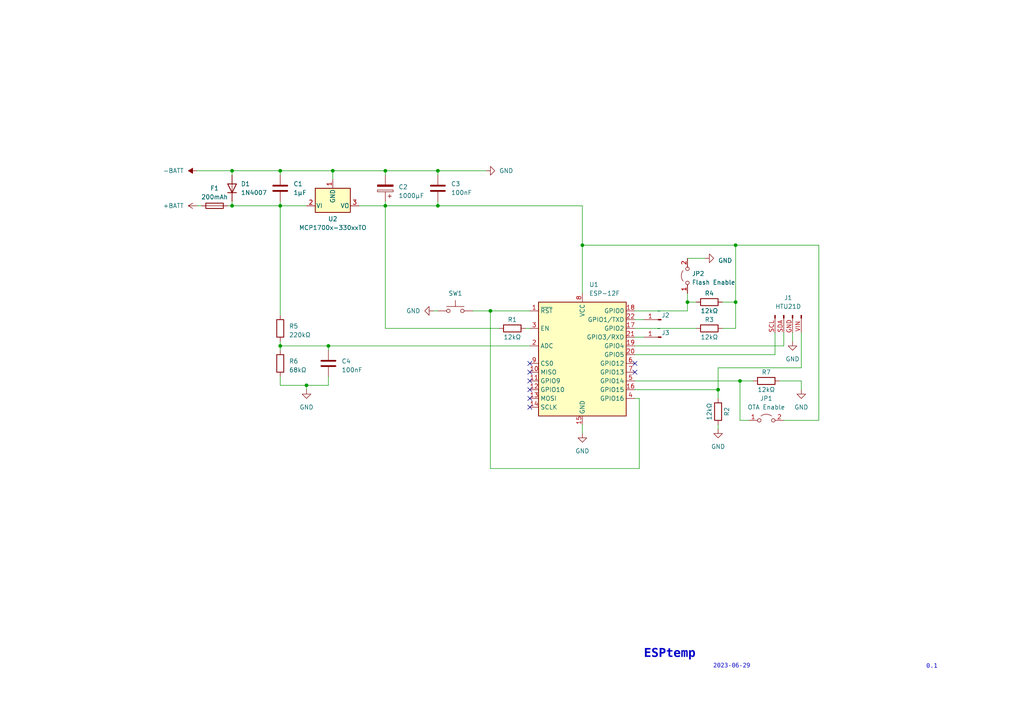
<source format=kicad_sch>
(kicad_sch (version 20230121) (generator eeschema)
  (paper "A4")
  (lib_symbols
    (symbol "Connector:Conn_01x01_Pin" (pin_names (offset 1.016) hide)
      (property "Reference" "J" (at 0 2.54 0))
      (property "Value" "Conn_01x01_Pin" (at 0 -2.54 0))
      (symbol "Conn_01x01_Pin_1_1"
        (polyline (pts (xy 1.27 0) (xy 0.8636 0)) (stroke (width 0.1524)))
        (rectangle (start 0.8636 0.127) (end 0 -0.127) (stroke (width 0.1524)) (fill (type outline)))
        (pin passive line (at 5.08 0 180) (length 3.81) (name "Pin_1") (number "1"))
      )
    )
    (symbol "Connector:Conn_01x04_Pin" (pin_names (offset 1.016) hide)
      (property "Reference" "J1" (at -1.27 -2.54 0))
      (property "Value" "HTU21D" (at -1.27 0 0))
      (symbol "Conn_01x04_Pin_1_1"
        (polyline (pts (xy 1.27 -5.08) (xy 0.8636 -5.08)) (stroke (width 0.1524)))
        (polyline (pts (xy 1.27 -2.54) (xy 0.8636 -2.54)) (stroke (width 0.1524)))
        (polyline (pts (xy 1.27 0) (xy 0.8636 0)) (stroke (width 0.1524)))
        (polyline (pts (xy 1.27 2.54) (xy 0.8636 2.54)) (stroke (width 0.1524)))
        (rectangle (start 0.8636 -4.953) (end 0 -5.207) (stroke (width 0.1524)) (fill (type outline)))
        (rectangle (start 0.8636 -2.413) (end 0 -2.667) (stroke (width 0.1524)) (fill (type outline)))
        (rectangle (start 0.8636 0.127) (end 0 -0.127) (stroke (width 0.1524)) (fill (type outline)))
        (rectangle (start 0.8636 2.667) (end 0 2.413) (stroke (width 0.1524)) (fill (type outline)))
        (pin passive line (at 5.08 0 180) (length 3.81) (name "Pin_2") (number "GND"))
        (pin passive line (at 5.08 -5.08 180) (length 3.81) (name "Pin_4") (number "SCL"))
        (pin passive line (at 5.08 -2.54 180) (length 3.81) (name "Pin_3") (number "SDA"))
        (pin passive line (at 5.08 2.54 180) (length 3.81) (name "Pin_1") (number "VIN"))
      )
    )
    (symbol "Device:C" (pin_numbers hide) (pin_names (offset 0.254))
      (property "Reference" "C" (at 0.635 2.54 0))
      (property "Value" "C" (at 0.635 -2.54 0))
      (symbol "C_0_1"
        (polyline (pts (xy -2.032 -0.762) (xy 2.032 -0.762)) (stroke (width 0.508)))
        (polyline (pts (xy -2.032 0.762) (xy 2.032 0.762)) (stroke (width 0.508)))
      )
      (symbol "C_1_1"
        (pin passive line (at 0 3.81 270) (length 2.794) (name "~") (number "1"))
        (pin passive line (at 0 -3.81 90) (length 2.794) (name "~") (number "2"))
      )
    )
    (symbol "Device:C_Polarized" (pin_numbers hide) (pin_names (offset 0.254))
      (property "Reference" "C" (at 0.635 2.54 0))
      (property "Value" "C_Polarized" (at 0.635 -2.54 0))
      (symbol "C_Polarized_0_1"
        (rectangle (start -2.286 0.508) (end 2.286 1.016))
        (polyline (pts (xy -1.778 2.286) (xy -0.762 2.286)))
        (polyline (pts (xy -1.27 2.794) (xy -1.27 1.778)))
        (rectangle (start 2.286 -0.508) (end -2.286 -1.016) (fill (type outline)))
      )
      (symbol "C_Polarized_1_1"
        (pin passive line (at 0 3.81 270) (length 2.794) (name "~") (number "1"))
        (pin passive line (at 0 -3.81 90) (length 2.794) (name "~") (number "2"))
      )
    )
    (symbol "Device:Fuse" (pin_numbers hide) (pin_names (offset 0))
      (property "Reference" "F" (at 2.032 0 90))
      (property "Value" "Fuse" (at -1.905 0 90))
      (symbol "Fuse_0_1"
        (rectangle (start -0.762 -2.54) (end 0.762 2.54) (stroke (width 0.254)))
        (polyline (pts (xy 0 2.54) (xy 0 -2.54)))
      )
      (symbol "Fuse_1_1"
        (pin passive line (at 0 3.81 270) (length 1.27) (name "~") (number "1"))
        (pin passive line (at 0 -3.81 90) (length 1.27) (name "~") (number "2"))
      )
    )
    (symbol "Device:R" (pin_numbers hide) (pin_names (offset 0))
      (property "Reference" "R" (at 2.032 0 90))
      (property "Value" "R" (at 0 0 90))
      (symbol "R_0_1"
        (rectangle (start -1.016 -2.54) (end 1.016 2.54) (stroke (width 0.254)))
      )
      (symbol "R_1_1"
        (pin passive line (at 0 3.81 270) (length 1.27) (name "~") (number "1"))
        (pin passive line (at 0 -3.81 90) (length 1.27) (name "~") (number "2"))
      )
    )
    (symbol "Diode:1N4007" (pin_numbers hide) (pin_names hide)
      (property "Reference" "D" (at 0 2.54 0))
      (property "Value" "1N4007" (at 0 -2.54 0))
      (symbol "1N4007_0_1"
        (polyline (pts (xy -1.27 1.27) (xy -1.27 -1.27)) (stroke (width 0.254)))
        (polyline (pts (xy 1.27 0) (xy -1.27 0)))
        (polyline (pts (xy 1.27 1.27) (xy 1.27 -1.27) (xy -1.27 0) (xy 1.27 1.27)) (stroke (width 0.254)))
      )
      (symbol "1N4007_1_1"
        (pin passive line (at -3.81 0 0) (length 2.54) (name "K") (number "1"))
        (pin passive line (at 3.81 0 180) (length 2.54) (name "A") (number "2"))
      )
    )
    (symbol "Jumper:Jumper_2_Open" (pin_names (offset 0) hide)
      (property "Reference" "JP" (at 0 2.794 0))
      (property "Value" "Jumper_2_Open" (at 0 -2.286 0))
      (symbol "Jumper_2_Open_0_0"
        (circle (center -2.032 0) (radius 0.508))
        (circle (center 2.032 0) (radius 0.508))
      )
      (symbol "Jumper_2_Open_0_1"
        (arc (start 1.524 1.27) (mid 0 1.778) (end -1.524 1.27))
      )
      (symbol "Jumper_2_Open_1_1"
        (pin passive line (at -5.08 0 0) (length 2.54) (name "A") (number "1"))
        (pin passive line (at 5.08 0 180) (length 2.54) (name "B") (number "2"))
      )
    )
    (symbol "RF_Module:ESP-12F"
      (property "Reference" "U" (at -12.7 19.05 0))
      (property "Value" "ESP-12F" (at 12.7 19.05 0))
      (symbol "ESP-12F_0_1"
        (rectangle (start -12.7 17.78) (end 12.7 -15.24) (stroke (width 0.254)) (fill (type background)))
      )
      (symbol "ESP-12F_1_1"
        (pin input line (at -15.24 15.24 0) (length 2.54) (name "~{RST}") (number "1"))
        (pin bidirectional line (at -15.24 -2.54 0) (length 2.54) (name "MISO") (number "10"))
        (pin bidirectional line (at -15.24 -5.08 0) (length 2.54) (name "GPIO9") (number "11"))
        (pin bidirectional line (at -15.24 -7.62 0) (length 2.54) (name "GPIO10") (number "12"))
        (pin bidirectional line (at -15.24 -10.16 0) (length 2.54) (name "MOSI") (number "13"))
        (pin bidirectional line (at -15.24 -12.7 0) (length 2.54) (name "SCLK") (number "14"))
        (pin power_in line (at 0 -17.78 90) (length 2.54) (name "GND") (number "15"))
        (pin bidirectional line (at 15.24 -7.62 180) (length 2.54) (name "GPIO15") (number "16"))
        (pin bidirectional line (at 15.24 10.16 180) (length 2.54) (name "GPIO2") (number "17"))
        (pin bidirectional line (at 15.24 15.24 180) (length 2.54) (name "GPIO0") (number "18"))
        (pin bidirectional line (at 15.24 5.08 180) (length 2.54) (name "GPIO4") (number "19"))
        (pin input line (at -15.24 5.08 0) (length 2.54) (name "ADC") (number "2"))
        (pin bidirectional line (at 15.24 2.54 180) (length 2.54) (name "GPIO5") (number "20"))
        (pin bidirectional line (at 15.24 7.62 180) (length 2.54) (name "GPIO3/RXD") (number "21"))
        (pin bidirectional line (at 15.24 12.7 180) (length 2.54) (name "GPIO1/TXD") (number "22"))
        (pin input line (at -15.24 10.16 0) (length 2.54) (name "EN") (number "3"))
        (pin bidirectional line (at 15.24 -10.16 180) (length 2.54) (name "GPIO16") (number "4"))
        (pin bidirectional line (at 15.24 -5.08 180) (length 2.54) (name "GPIO14") (number "5"))
        (pin bidirectional line (at 15.24 0 180) (length 2.54) (name "GPIO12") (number "6"))
        (pin bidirectional line (at 15.24 -2.54 180) (length 2.54) (name "GPIO13") (number "7"))
        (pin power_in line (at 0 20.32 270) (length 2.54) (name "VCC") (number "8"))
        (pin input line (at -15.24 0 0) (length 2.54) (name "CS0") (number "9"))
      )
    )
    (symbol "Regulator_Linear:MCP1700x-330xxTO" (pin_names (offset 0.254))
      (property "Reference" "U" (at -3.81 -3.175 0))
      (property "Value" "MCP1700x-330xxTO" (at 0 -3.175 0))
      (symbol "MCP1700x-330xxTO_0_1"
        (rectangle (start -5.08 5.08) (end 5.08 -1.905) (stroke (width 0.254)) (fill (type background)))
      )
      (symbol "MCP1700x-330xxTO_1_1"
        (pin power_in line (at 0 7.62 270) (length 2.54) (name "GND") (number "1"))
        (pin power_in line (at -7.62 0 0) (length 2.54) (name "VI") (number "2"))
        (pin power_out line (at 7.62 0 180) (length 2.54) (name "VO") (number "3"))
      )
    )
    (symbol "Switch:SW_Push" (pin_numbers hide) (pin_names (offset 1.016) hide)
      (property "Reference" "SW" (at 1.27 2.54 0))
      (property "Value" "SW_Push" (at 0 -1.524 0))
      (symbol "SW_Push_0_1"
        (circle (center -2.032 0) (radius 0.508))
        (polyline (pts (xy 0 1.27) (xy 0 3.048)))
        (polyline (pts (xy 2.54 1.27) (xy -2.54 1.27)))
        (circle (center 2.032 0) (radius 0.508))
        (pin passive line (at -5.08 0 0) (length 2.54) (name "1") (number "1"))
        (pin passive line (at 5.08 0 180) (length 2.54) (name "2") (number "2"))
      )
    )
    (symbol "power:+BATT" (power) (pin_names (offset 0))
      (property "Value" "+BATT" (at 0 3.556 0))
      (symbol "+BATT_0_1"
        (polyline (pts (xy -0.762 1.27) (xy 0 2.54)))
        (polyline (pts (xy 0 0) (xy 0 2.54)))
        (polyline (pts (xy 0 2.54) (xy 0.762 1.27)))
      )
      (symbol "+BATT_1_1"
        (pin power_in line (at 0 0 90) (length 0) hide (name "+BATT") (number "1"))
      )
    )
    (symbol "power:-BATT" (power) (pin_names (offset 0))
      (property "Value" "-BATT" (at 0 3.556 0))
      (symbol "-BATT_0_1"
        (polyline (pts (xy 0 0) (xy 0 2.54)))
        (polyline (pts (xy 0.762 1.27) (xy -0.762 1.27) (xy 0 2.54) (xy 0.762 1.27)) (fill (type outline)))
      )
      (symbol "-BATT_1_1"
        (pin power_in line (at 0 0 90) (length 0) hide (name "-BATT") (number "1"))
      )
    )
    (symbol "power:GND" (power) (pin_names (offset 0))
      (property "Value" "GND" (at 0 -3.81 0))
      (symbol "GND_0_1"
        (polyline (pts (xy 0 0) (xy 0 -1.27) (xy 1.27 -1.27) (xy 0 -2.54) (xy -1.27 -1.27) (xy 0 -1.27)))
      )
      (symbol "GND_1_1"
        (pin power_in line (at 0 0 270) (length 0) hide (name "GND") (number "1"))
      )
    )
  )
  (junction (at 67.31 49.53))
  (junction (at 88.9 111.76))
  (junction (at 111.76 49.53))
  (junction (at 95.25 100.33))
  (junction (at 213.36 87.63))
  (junction (at 127 49.53))
  (junction (at 199.39 87.63))
  (junction (at 127 59.69))
  (junction (at 214.63 110.49))
  (junction (at 111.76 59.69))
  (junction (at 81.28 100.33))
  (junction (at 81.28 59.69))
  (junction (at 208.28 113.03))
  (junction (at 213.36 71.12))
  (junction (at 67.31 59.69))
  (junction (at 142.24 90.17))
  (junction (at 168.91 71.12))
  (junction (at 96.52 49.53))
  (junction (at 81.28 49.53))
  (no_connect (at 153.67 113.03))
  (no_connect (at 153.67 110.49))
  (no_connect (at 153.67 118.11))
  (no_connect (at 184.15 105.41))
  (no_connect (at 184.15 107.95))
  (no_connect (at 153.67 107.95))
  (no_connect (at 153.67 115.57))
  (no_connect (at 153.67 105.41))
  (wire (pts (xy 57.15 49.53) (xy 67.31 49.53)))
  (wire (pts (xy 184.15 100.33) (xy 227.33 100.33)))
  (wire (pts (xy 214.63 110.49) (xy 218.44 110.49)))
  (wire (pts (xy 208.28 106.68) (xy 208.28 113.03)))
  (wire (pts (xy 88.9 111.76) (xy 95.25 111.76)))
  (wire (pts (xy 208.28 113.03) (xy 208.28 115.57)))
  (wire (pts (xy 232.41 106.68) (xy 208.28 106.68)))
  (wire (pts (xy 140.97 49.53) (xy 127 49.53)))
  (wire (pts (xy 184.15 92.71) (xy 186.69 92.71)))
  (wire (pts (xy 213.36 71.12) (xy 213.36 87.63)))
  (wire (pts (xy 213.36 87.63) (xy 213.36 95.25)))
  (wire (pts (xy 184.15 113.03) (xy 208.28 113.03)))
  (wire (pts (xy 88.9 111.76) (xy 81.28 111.76)))
  (wire (pts (xy 168.91 71.12) (xy 168.91 85.09)))
  (wire (pts (xy 144.78 95.25) (xy 111.76 95.25)))
  (wire (pts (xy 67.31 49.53) (xy 67.31 50.8)))
  (wire (pts (xy 88.9 111.76) (xy 88.9 113.03)))
  (wire (pts (xy 81.28 49.53) (xy 96.52 49.53)))
  (wire (pts (xy 199.39 90.17) (xy 199.39 87.63)))
  (wire (pts (xy 168.91 71.12) (xy 213.36 71.12)))
  (wire (pts (xy 95.25 100.33) (xy 81.28 100.33)))
  (wire (pts (xy 95.25 100.33) (xy 95.25 101.6)))
  (wire (pts (xy 66.04 59.69) (xy 67.31 59.69)))
  (wire (pts (xy 111.76 59.69) (xy 127 59.69)))
  (wire (pts (xy 137.16 90.17) (xy 142.24 90.17)))
  (wire (pts (xy 199.39 74.93) (xy 204.47 74.93)))
  (wire (pts (xy 199.39 87.63) (xy 201.93 87.63)))
  (wire (pts (xy 125.73 90.17) (xy 127 90.17)))
  (wire (pts (xy 67.31 59.69) (xy 81.28 59.69)))
  (wire (pts (xy 127 49.53) (xy 127 50.8)))
  (wire (pts (xy 232.41 96.52) (xy 232.41 106.68)))
  (wire (pts (xy 168.91 123.19) (xy 168.91 125.73)))
  (wire (pts (xy 81.28 100.33) (xy 81.28 101.6)))
  (wire (pts (xy 168.91 59.69) (xy 168.91 71.12)))
  (wire (pts (xy 214.63 121.92) (xy 217.17 121.92)))
  (wire (pts (xy 67.31 59.69) (xy 67.31 58.42)))
  (wire (pts (xy 237.49 71.12) (xy 213.36 71.12)))
  (wire (pts (xy 199.39 85.09) (xy 199.39 87.63)))
  (wire (pts (xy 184.15 102.87) (xy 224.79 102.87)))
  (wire (pts (xy 111.76 49.53) (xy 127 49.53)))
  (wire (pts (xy 237.49 121.92) (xy 237.49 71.12)))
  (wire (pts (xy 184.15 115.57) (xy 185.42 115.57)))
  (wire (pts (xy 127 59.69) (xy 127 58.42)))
  (wire (pts (xy 81.28 100.33) (xy 81.28 99.06)))
  (wire (pts (xy 104.14 59.69) (xy 111.76 59.69)))
  (wire (pts (xy 81.28 59.69) (xy 88.9 59.69)))
  (wire (pts (xy 81.28 59.69) (xy 81.28 58.42)))
  (wire (pts (xy 81.28 111.76) (xy 81.28 109.22)))
  (wire (pts (xy 185.42 135.89) (xy 142.24 135.89)))
  (wire (pts (xy 142.24 90.17) (xy 153.67 90.17)))
  (wire (pts (xy 226.06 110.49) (xy 232.41 110.49)))
  (wire (pts (xy 227.33 121.92) (xy 237.49 121.92)))
  (wire (pts (xy 81.28 59.69) (xy 81.28 91.44)))
  (wire (pts (xy 153.67 100.33) (xy 95.25 100.33)))
  (wire (pts (xy 229.87 96.52) (xy 229.87 99.06)))
  (wire (pts (xy 184.15 97.79) (xy 186.69 97.79)))
  (wire (pts (xy 127 59.69) (xy 168.91 59.69)))
  (wire (pts (xy 152.4 95.25) (xy 153.67 95.25)))
  (wire (pts (xy 111.76 95.25) (xy 111.76 59.69)))
  (wire (pts (xy 209.55 95.25) (xy 213.36 95.25)))
  (wire (pts (xy 185.42 115.57) (xy 185.42 135.89)))
  (wire (pts (xy 67.31 49.53) (xy 81.28 49.53)))
  (wire (pts (xy 214.63 110.49) (xy 214.63 121.92)))
  (wire (pts (xy 95.25 111.76) (xy 95.25 109.22)))
  (wire (pts (xy 184.15 90.17) (xy 199.39 90.17)))
  (wire (pts (xy 227.33 96.52) (xy 227.33 100.33)))
  (wire (pts (xy 142.24 135.89) (xy 142.24 90.17)))
  (wire (pts (xy 208.28 123.19) (xy 208.28 124.46)))
  (wire (pts (xy 232.41 110.49) (xy 232.41 113.03)))
  (wire (pts (xy 209.55 87.63) (xy 213.36 87.63)))
  (wire (pts (xy 96.52 49.53) (xy 111.76 49.53)))
  (wire (pts (xy 184.15 95.25) (xy 201.93 95.25)))
  (wire (pts (xy 111.76 59.69) (xy 111.76 58.42)))
  (wire (pts (xy 57.15 59.69) (xy 58.42 59.69)))
  (wire (pts (xy 81.28 49.53) (xy 81.28 50.8)))
  (wire (pts (xy 96.52 49.53) (xy 96.52 52.07)))
  (wire (pts (xy 111.76 49.53) (xy 111.76 50.8)))
  (wire (pts (xy 184.15 110.49) (xy 214.63 110.49)))
  (wire (pts (xy 224.79 96.52) (xy 224.79 102.87)))
  (text "ESPtemp" (at 186.7634 191.8557 0) (effects (font (size 2.54 2.54) (thickness 0.4) bold) (justify left bottom)))
  (text "0.1" (at 268.6747 194.4552 0) (effects (font (size 1.27 1.27)) (justify left bottom)))
  (text "2023-06-29" (at 206.8832 194.3469 0) (effects (font (size 1.27 1.27)) (justify left bottom)))
  (symbol (lib_id "Diode:1N4007") (at 67.31 54.61 90) (unit 1)
    (property "Reference" "D1" (at 69.85 53.34 90) (effects (justify right)))
    (property "Value" "1N4007" (at 69.85 55.88 90) (effects (justify right)))
    (property "Footprint" "Diode_THT:D_DO-41_SOD81_P10.16mm_Horizontal" (effects hide))
    (property "Datasheet" "http://www.vishay.com/docs/88503/1n4001.pdf" (effects hide))
    (property "Sim.Device" "D" (effects hide))
    (property "Sim.Pins" "1=K 2=A" (effects hide))
  )
  (symbol (lib_id "Regulator_Linear:MCP1700x-330xxTO") (at 96.52 59.69 0) (unit 1)
    (property "Reference" "U2" (at 96.52 63.5 0))
    (property "Value" "MCP1700x-330xxTO" (at 96.52 66.04 0))
    (property "Footprint" "Package_TO_SOT_THT:TO-92_Inline" (effects hide))
    (property "Datasheet" "http://ww1.microchip.com/downloads/en/DeviceDoc/20001826D.pdf" (effects hide))
  )
  (symbol (lib_id "Jumper:Jumper_2_Open") (at 199.39 80.01 90) (unit 1)
    (property "Reference" "JP2" (at 200.66 79.375 90) (effects (justify right)))
    (property "Value" "Flash Enable" (at 200.66 81.915 90) (effects (justify right)))
  )
  (symbol (lib_id "Device:R") (at 148.59 95.25 90) (unit 1)
    (property "Reference" "R1" (at 148.59 92.71 90))
    (property "Value" "12kΩ" (at 148.59 97.79 90))
  )
  (symbol (lib_id "Device:C") (at 127 54.61 0) (unit 1)
    (property "Reference" "C3" (at 130.81 53.34 0) (effects (justify left)))
    (property "Value" "100nF" (at 130.81 55.88 0) (effects (justify left)))
  )
  (symbol (lib_id "power:GND") (at 140.97 49.53 90) (unit 1)
    (property "Reference" "#PWR03" (effects hide))
    (property "Value" "GND" (at 144.78 49.53 90) (effects (justify right)))
  )
  (symbol (lib_id "power:GND") (at 204.47 74.93 90) (unit 1)
    (property "Reference" "#PWR010" (effects hide))
    (property "Value" "GND" (at 208.28 75.565 90) (effects (justify right)))
  )
  (symbol (lib_id "power:-BATT") (at 57.15 49.53 90) (unit 1)
    (property "Reference" "#PWR02" (effects hide))
    (property "Value" "-BATT" (at 53.34 49.53 90) (effects (justify left)))
  )
  (symbol (lib_id "Connector:Conn_01x01_Pin") (at 191.77 97.79 180) (unit 1)
    (property "Reference" "J3" (at 193.04 96.52 0))
    (property "Value" "~" (at 191.135 95.25 0))
  )
  (symbol (lib_id "Device:Fuse") (at 62.23 59.69 90) (unit 1)
    (property "Reference" "F1" (at 62.23 54.61 90))
    (property "Value" "200mAh" (at 62.23 57.15 90))
  )
  (symbol (lib_id "Device:R") (at 205.74 95.25 90) (unit 1)
    (property "Reference" "R3" (at 205.74 92.71 90))
    (property "Value" "12kΩ" (at 205.74 97.79 90))
  )
  (symbol (lib_id "Device:C") (at 81.28 54.61 0) (unit 1)
    (property "Reference" "C1" (at 85.09 53.34 0) (effects (justify left)))
    (property "Value" "1μF" (at 85.09 55.88 0) (effects (justify left)))
  )
  (symbol (lib_id "Connector:Conn_01x04_Pin") (at 229.87 91.44 270) (unit 1)
    (property "Reference" "J1" (at 228.6 86.36 90))
    (property "Value" "HTU21D" (at 228.6 88.9 90))
  )
  (symbol (lib_id "Jumper:Jumper_2_Open") (at 222.25 121.92 0) (unit 1)
    (property "Reference" "JP1" (at 222.25 115.57 0))
    (property "Value" "OTA Enable" (at 222.25 118.11 0))
  )
  (symbol (lib_id "power:GND") (at 232.41 113.03 0) (unit 1)
    (property "Reference" "#PWR09" (effects hide))
    (property "Value" "GND" (at 232.41 118.11 0))
  )
  (symbol (lib_id "Device:C_Polarized") (at 111.76 54.61 180) (unit 1)
    (property "Reference" "C2" (at 115.57 54.229 0) (effects (justify right)))
    (property "Value" "1000μF" (at 115.57 56.769 0) (effects (justify right)))
  )
  (symbol (lib_id "power:GND") (at 229.87 99.06 0) (unit 1)
    (property "Reference" "#PWR07" (effects hide))
    (property "Value" "GND" (at 229.87 104.14 0))
  )
  (symbol (lib_id "Device:C") (at 95.25 105.41 0) (unit 1)
    (property "Reference" "C4" (at 99.06 104.775 0) (effects (justify left)))
    (property "Value" "100nF" (at 99.06 107.315 0) (effects (justify left)))
  )
  (symbol (lib_id "Device:R") (at 222.25 110.49 90) (unit 1)
    (property "Reference" "R7" (at 222.25 107.95 90))
    (property "Value" "12kΩ" (at 222.25 113.03 90))
  )
  (symbol (lib_id "Device:R") (at 208.28 119.38 0) (unit 1)
    (property "Reference" "R2" (at 210.82 119.38 90))
    (property "Value" "12kΩ" (at 205.74 119.38 90))
  )
  (symbol (lib_id "power:GND") (at 168.91 125.73 0) (unit 1)
    (property "Reference" "#PWR04" (effects hide))
    (property "Value" "GND" (at 168.91 130.81 0))
  )
  (symbol (lib_id "power:+BATT") (at 57.15 59.69 90) (unit 1)
    (property "Reference" "#PWR01" (effects hide))
    (property "Value" "+BATT" (at 53.34 59.69 90) (effects (justify left)))
  )
  (symbol (lib_id "Switch:SW_Push") (at 132.08 90.17 0) (unit 1)
    (property "Reference" "SW1" (at 132.08 85.09 0))
    (property "Value" "SW_Push" (effects hide))
  )
  (symbol (lib_id "RF_Module:ESP-12F") (at 168.91 105.41 0) (unit 1)
    (property "Reference" "U1" (at 170.8659 82.55 0) (effects (justify left)))
    (property "Value" "ESP-12F" (at 170.8659 85.09 0) (effects (justify left)))
    (property "Footprint" "RF_Module:ESP-12E" (effects hide))
    (property "Datasheet" "http://wiki.ai-thinker.com/_media/esp8266/esp8266_series_modules_user_manual_v1.1.pdf" (effects hide))
  )
  (symbol (lib_id "power:GND") (at 208.28 124.46 0) (unit 1)
    (property "Reference" "#PWR06" (effects hide))
    (property "Value" "GND" (at 208.28 129.54 0))
  )
  (symbol (lib_id "Connector:Conn_01x01_Pin") (at 191.77 92.71 180) (unit 1)
    (property "Reference" "J2" (at 193.04 91.44 0))
    (property "Value" "~" (at 191.135 90.17 0))
  )
  (symbol (lib_id "power:GND") (at 88.9 113.03 0) (unit 1)
    (property "Reference" "#PWR08" (effects hide))
    (property "Value" "GND" (at 88.9 118.11 0))
  )
  (symbol (lib_id "Device:R") (at 205.74 87.63 90) (unit 1)
    (property "Reference" "R4" (at 205.74 85.09 90))
    (property "Value" "12kΩ" (at 205.74 90.17 90))
  )
  (symbol (lib_id "Device:R") (at 81.28 105.41 0) (unit 1)
    (property "Reference" "R6" (at 83.82 104.775 0) (effects (justify left)))
    (property "Value" "68kΩ" (at 83.82 107.315 0) (effects (justify left)))
  )
  (symbol (lib_id "Device:R") (at 81.28 95.25 0) (unit 1)
    (property "Reference" "R5" (at 83.82 94.615 0) (effects (justify left)))
    (property "Value" "220kΩ" (at 83.82 97.155 0) (effects (justify left)))
  )
  (symbol (lib_id "power:GND") (at 125.73 90.17 270) (unit 1)
    (property "Reference" "#PWR05" (effects hide))
    (property "Value" "GND" (at 121.92 90.17 90) (effects (justify right)))
  )
)
</source>
